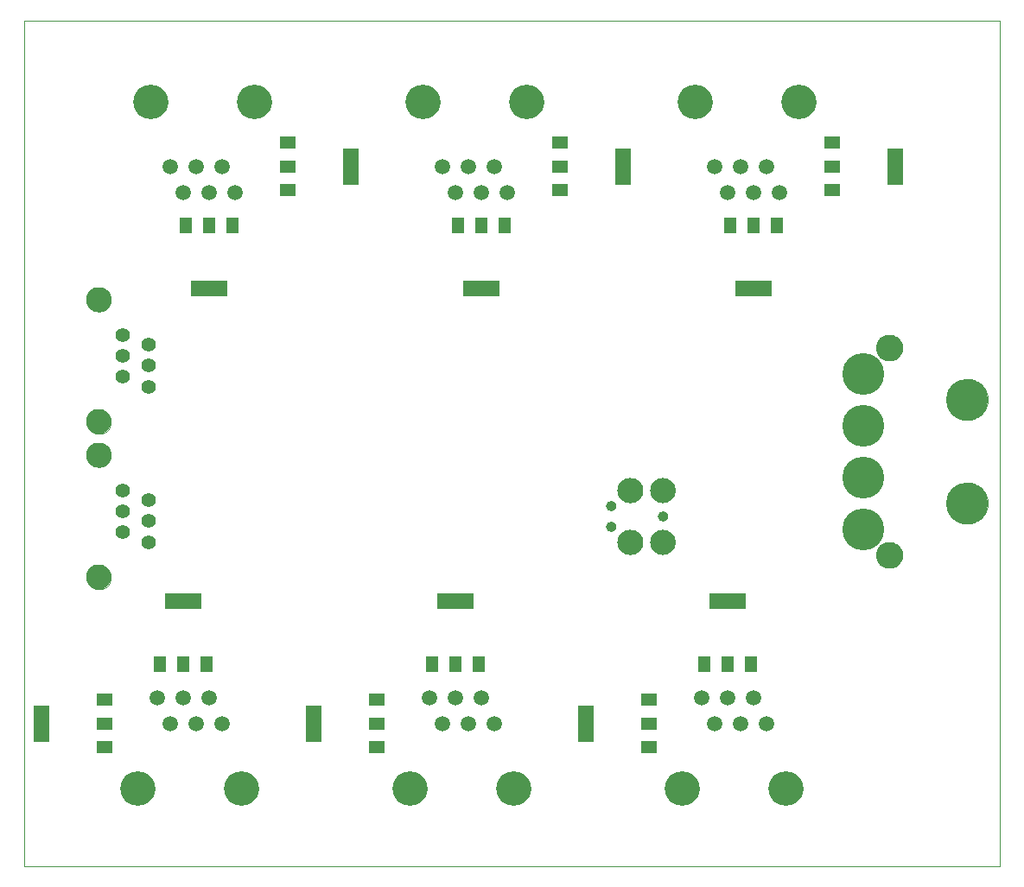
<source format=gbs>
G75*
%MOIN*%
%OFA0B0*%
%FSLAX24Y24*%
%IPPOS*%
%LPD*%
%AMOC8*
5,1,8,0,0,1.08239X$1,22.5*
%
%ADD10C,0.0000*%
%ADD11C,0.0555*%
%ADD12C,0.0969*%
%ADD13C,0.0390*%
%ADD14C,0.0975*%
%ADD15C,0.0594*%
%ADD16C,0.1320*%
%ADD17R,0.0591X0.0512*%
%ADD18R,0.0591X0.1418*%
%ADD19R,0.0512X0.0591*%
%ADD20R,0.1418X0.0591*%
%ADD21C,0.1615*%
%ADD22C,0.1024*%
D10*
X000100Y000204D02*
X000100Y032825D01*
X037720Y032825D01*
X037720Y000204D01*
X000100Y000204D01*
X003835Y003204D02*
X003837Y003254D01*
X003843Y003304D01*
X003853Y003353D01*
X003866Y003402D01*
X003884Y003449D01*
X003905Y003495D01*
X003929Y003538D01*
X003957Y003580D01*
X003988Y003620D01*
X004022Y003657D01*
X004059Y003691D01*
X004099Y003722D01*
X004141Y003750D01*
X004184Y003774D01*
X004230Y003795D01*
X004277Y003813D01*
X004326Y003826D01*
X004375Y003836D01*
X004425Y003842D01*
X004475Y003844D01*
X004525Y003842D01*
X004575Y003836D01*
X004624Y003826D01*
X004673Y003813D01*
X004720Y003795D01*
X004766Y003774D01*
X004809Y003750D01*
X004851Y003722D01*
X004891Y003691D01*
X004928Y003657D01*
X004962Y003620D01*
X004993Y003580D01*
X005021Y003538D01*
X005045Y003495D01*
X005066Y003449D01*
X005084Y003402D01*
X005097Y003353D01*
X005107Y003304D01*
X005113Y003254D01*
X005115Y003204D01*
X005113Y003154D01*
X005107Y003104D01*
X005097Y003055D01*
X005084Y003006D01*
X005066Y002959D01*
X005045Y002913D01*
X005021Y002870D01*
X004993Y002828D01*
X004962Y002788D01*
X004928Y002751D01*
X004891Y002717D01*
X004851Y002686D01*
X004809Y002658D01*
X004766Y002634D01*
X004720Y002613D01*
X004673Y002595D01*
X004624Y002582D01*
X004575Y002572D01*
X004525Y002566D01*
X004475Y002564D01*
X004425Y002566D01*
X004375Y002572D01*
X004326Y002582D01*
X004277Y002595D01*
X004230Y002613D01*
X004184Y002634D01*
X004141Y002658D01*
X004099Y002686D01*
X004059Y002717D01*
X004022Y002751D01*
X003988Y002788D01*
X003957Y002828D01*
X003929Y002870D01*
X003905Y002913D01*
X003884Y002959D01*
X003866Y003006D01*
X003853Y003055D01*
X003843Y003104D01*
X003837Y003154D01*
X003835Y003204D01*
X007835Y003204D02*
X007837Y003254D01*
X007843Y003304D01*
X007853Y003353D01*
X007866Y003402D01*
X007884Y003449D01*
X007905Y003495D01*
X007929Y003538D01*
X007957Y003580D01*
X007988Y003620D01*
X008022Y003657D01*
X008059Y003691D01*
X008099Y003722D01*
X008141Y003750D01*
X008184Y003774D01*
X008230Y003795D01*
X008277Y003813D01*
X008326Y003826D01*
X008375Y003836D01*
X008425Y003842D01*
X008475Y003844D01*
X008525Y003842D01*
X008575Y003836D01*
X008624Y003826D01*
X008673Y003813D01*
X008720Y003795D01*
X008766Y003774D01*
X008809Y003750D01*
X008851Y003722D01*
X008891Y003691D01*
X008928Y003657D01*
X008962Y003620D01*
X008993Y003580D01*
X009021Y003538D01*
X009045Y003495D01*
X009066Y003449D01*
X009084Y003402D01*
X009097Y003353D01*
X009107Y003304D01*
X009113Y003254D01*
X009115Y003204D01*
X009113Y003154D01*
X009107Y003104D01*
X009097Y003055D01*
X009084Y003006D01*
X009066Y002959D01*
X009045Y002913D01*
X009021Y002870D01*
X008993Y002828D01*
X008962Y002788D01*
X008928Y002751D01*
X008891Y002717D01*
X008851Y002686D01*
X008809Y002658D01*
X008766Y002634D01*
X008720Y002613D01*
X008673Y002595D01*
X008624Y002582D01*
X008575Y002572D01*
X008525Y002566D01*
X008475Y002564D01*
X008425Y002566D01*
X008375Y002572D01*
X008326Y002582D01*
X008277Y002595D01*
X008230Y002613D01*
X008184Y002634D01*
X008141Y002658D01*
X008099Y002686D01*
X008059Y002717D01*
X008022Y002751D01*
X007988Y002788D01*
X007957Y002828D01*
X007929Y002870D01*
X007905Y002913D01*
X007884Y002959D01*
X007866Y003006D01*
X007853Y003055D01*
X007843Y003104D01*
X007837Y003154D01*
X007835Y003204D01*
X014335Y003204D02*
X014337Y003254D01*
X014343Y003304D01*
X014353Y003353D01*
X014366Y003402D01*
X014384Y003449D01*
X014405Y003495D01*
X014429Y003538D01*
X014457Y003580D01*
X014488Y003620D01*
X014522Y003657D01*
X014559Y003691D01*
X014599Y003722D01*
X014641Y003750D01*
X014684Y003774D01*
X014730Y003795D01*
X014777Y003813D01*
X014826Y003826D01*
X014875Y003836D01*
X014925Y003842D01*
X014975Y003844D01*
X015025Y003842D01*
X015075Y003836D01*
X015124Y003826D01*
X015173Y003813D01*
X015220Y003795D01*
X015266Y003774D01*
X015309Y003750D01*
X015351Y003722D01*
X015391Y003691D01*
X015428Y003657D01*
X015462Y003620D01*
X015493Y003580D01*
X015521Y003538D01*
X015545Y003495D01*
X015566Y003449D01*
X015584Y003402D01*
X015597Y003353D01*
X015607Y003304D01*
X015613Y003254D01*
X015615Y003204D01*
X015613Y003154D01*
X015607Y003104D01*
X015597Y003055D01*
X015584Y003006D01*
X015566Y002959D01*
X015545Y002913D01*
X015521Y002870D01*
X015493Y002828D01*
X015462Y002788D01*
X015428Y002751D01*
X015391Y002717D01*
X015351Y002686D01*
X015309Y002658D01*
X015266Y002634D01*
X015220Y002613D01*
X015173Y002595D01*
X015124Y002582D01*
X015075Y002572D01*
X015025Y002566D01*
X014975Y002564D01*
X014925Y002566D01*
X014875Y002572D01*
X014826Y002582D01*
X014777Y002595D01*
X014730Y002613D01*
X014684Y002634D01*
X014641Y002658D01*
X014599Y002686D01*
X014559Y002717D01*
X014522Y002751D01*
X014488Y002788D01*
X014457Y002828D01*
X014429Y002870D01*
X014405Y002913D01*
X014384Y002959D01*
X014366Y003006D01*
X014353Y003055D01*
X014343Y003104D01*
X014337Y003154D01*
X014335Y003204D01*
X018335Y003204D02*
X018337Y003254D01*
X018343Y003304D01*
X018353Y003353D01*
X018366Y003402D01*
X018384Y003449D01*
X018405Y003495D01*
X018429Y003538D01*
X018457Y003580D01*
X018488Y003620D01*
X018522Y003657D01*
X018559Y003691D01*
X018599Y003722D01*
X018641Y003750D01*
X018684Y003774D01*
X018730Y003795D01*
X018777Y003813D01*
X018826Y003826D01*
X018875Y003836D01*
X018925Y003842D01*
X018975Y003844D01*
X019025Y003842D01*
X019075Y003836D01*
X019124Y003826D01*
X019173Y003813D01*
X019220Y003795D01*
X019266Y003774D01*
X019309Y003750D01*
X019351Y003722D01*
X019391Y003691D01*
X019428Y003657D01*
X019462Y003620D01*
X019493Y003580D01*
X019521Y003538D01*
X019545Y003495D01*
X019566Y003449D01*
X019584Y003402D01*
X019597Y003353D01*
X019607Y003304D01*
X019613Y003254D01*
X019615Y003204D01*
X019613Y003154D01*
X019607Y003104D01*
X019597Y003055D01*
X019584Y003006D01*
X019566Y002959D01*
X019545Y002913D01*
X019521Y002870D01*
X019493Y002828D01*
X019462Y002788D01*
X019428Y002751D01*
X019391Y002717D01*
X019351Y002686D01*
X019309Y002658D01*
X019266Y002634D01*
X019220Y002613D01*
X019173Y002595D01*
X019124Y002582D01*
X019075Y002572D01*
X019025Y002566D01*
X018975Y002564D01*
X018925Y002566D01*
X018875Y002572D01*
X018826Y002582D01*
X018777Y002595D01*
X018730Y002613D01*
X018684Y002634D01*
X018641Y002658D01*
X018599Y002686D01*
X018559Y002717D01*
X018522Y002751D01*
X018488Y002788D01*
X018457Y002828D01*
X018429Y002870D01*
X018405Y002913D01*
X018384Y002959D01*
X018366Y003006D01*
X018353Y003055D01*
X018343Y003104D01*
X018337Y003154D01*
X018335Y003204D01*
X024835Y003204D02*
X024837Y003254D01*
X024843Y003304D01*
X024853Y003353D01*
X024866Y003402D01*
X024884Y003449D01*
X024905Y003495D01*
X024929Y003538D01*
X024957Y003580D01*
X024988Y003620D01*
X025022Y003657D01*
X025059Y003691D01*
X025099Y003722D01*
X025141Y003750D01*
X025184Y003774D01*
X025230Y003795D01*
X025277Y003813D01*
X025326Y003826D01*
X025375Y003836D01*
X025425Y003842D01*
X025475Y003844D01*
X025525Y003842D01*
X025575Y003836D01*
X025624Y003826D01*
X025673Y003813D01*
X025720Y003795D01*
X025766Y003774D01*
X025809Y003750D01*
X025851Y003722D01*
X025891Y003691D01*
X025928Y003657D01*
X025962Y003620D01*
X025993Y003580D01*
X026021Y003538D01*
X026045Y003495D01*
X026066Y003449D01*
X026084Y003402D01*
X026097Y003353D01*
X026107Y003304D01*
X026113Y003254D01*
X026115Y003204D01*
X026113Y003154D01*
X026107Y003104D01*
X026097Y003055D01*
X026084Y003006D01*
X026066Y002959D01*
X026045Y002913D01*
X026021Y002870D01*
X025993Y002828D01*
X025962Y002788D01*
X025928Y002751D01*
X025891Y002717D01*
X025851Y002686D01*
X025809Y002658D01*
X025766Y002634D01*
X025720Y002613D01*
X025673Y002595D01*
X025624Y002582D01*
X025575Y002572D01*
X025525Y002566D01*
X025475Y002564D01*
X025425Y002566D01*
X025375Y002572D01*
X025326Y002582D01*
X025277Y002595D01*
X025230Y002613D01*
X025184Y002634D01*
X025141Y002658D01*
X025099Y002686D01*
X025059Y002717D01*
X025022Y002751D01*
X024988Y002788D01*
X024957Y002828D01*
X024929Y002870D01*
X024905Y002913D01*
X024884Y002959D01*
X024866Y003006D01*
X024853Y003055D01*
X024843Y003104D01*
X024837Y003154D01*
X024835Y003204D01*
X028835Y003204D02*
X028837Y003254D01*
X028843Y003304D01*
X028853Y003353D01*
X028866Y003402D01*
X028884Y003449D01*
X028905Y003495D01*
X028929Y003538D01*
X028957Y003580D01*
X028988Y003620D01*
X029022Y003657D01*
X029059Y003691D01*
X029099Y003722D01*
X029141Y003750D01*
X029184Y003774D01*
X029230Y003795D01*
X029277Y003813D01*
X029326Y003826D01*
X029375Y003836D01*
X029425Y003842D01*
X029475Y003844D01*
X029525Y003842D01*
X029575Y003836D01*
X029624Y003826D01*
X029673Y003813D01*
X029720Y003795D01*
X029766Y003774D01*
X029809Y003750D01*
X029851Y003722D01*
X029891Y003691D01*
X029928Y003657D01*
X029962Y003620D01*
X029993Y003580D01*
X030021Y003538D01*
X030045Y003495D01*
X030066Y003449D01*
X030084Y003402D01*
X030097Y003353D01*
X030107Y003304D01*
X030113Y003254D01*
X030115Y003204D01*
X030113Y003154D01*
X030107Y003104D01*
X030097Y003055D01*
X030084Y003006D01*
X030066Y002959D01*
X030045Y002913D01*
X030021Y002870D01*
X029993Y002828D01*
X029962Y002788D01*
X029928Y002751D01*
X029891Y002717D01*
X029851Y002686D01*
X029809Y002658D01*
X029766Y002634D01*
X029720Y002613D01*
X029673Y002595D01*
X029624Y002582D01*
X029575Y002572D01*
X029525Y002566D01*
X029475Y002564D01*
X029425Y002566D01*
X029375Y002572D01*
X029326Y002582D01*
X029277Y002595D01*
X029230Y002613D01*
X029184Y002634D01*
X029141Y002658D01*
X029099Y002686D01*
X029059Y002717D01*
X029022Y002751D01*
X028988Y002788D01*
X028957Y002828D01*
X028929Y002870D01*
X028905Y002913D01*
X028884Y002959D01*
X028866Y003006D01*
X028853Y003055D01*
X028843Y003104D01*
X028837Y003154D01*
X028835Y003204D01*
X032983Y012204D02*
X032985Y012248D01*
X032991Y012292D01*
X033001Y012335D01*
X033014Y012377D01*
X033032Y012417D01*
X033053Y012456D01*
X033077Y012493D01*
X033104Y012528D01*
X033135Y012560D01*
X033168Y012589D01*
X033204Y012615D01*
X033242Y012637D01*
X033282Y012656D01*
X033323Y012672D01*
X033366Y012684D01*
X033409Y012692D01*
X033453Y012696D01*
X033497Y012696D01*
X033541Y012692D01*
X033584Y012684D01*
X033627Y012672D01*
X033668Y012656D01*
X033708Y012637D01*
X033746Y012615D01*
X033782Y012589D01*
X033815Y012560D01*
X033846Y012528D01*
X033873Y012493D01*
X033897Y012456D01*
X033918Y012417D01*
X033936Y012377D01*
X033949Y012335D01*
X033959Y012292D01*
X033965Y012248D01*
X033967Y012204D01*
X033965Y012160D01*
X033959Y012116D01*
X033949Y012073D01*
X033936Y012031D01*
X033918Y011991D01*
X033897Y011952D01*
X033873Y011915D01*
X033846Y011880D01*
X033815Y011848D01*
X033782Y011819D01*
X033746Y011793D01*
X033708Y011771D01*
X033668Y011752D01*
X033627Y011736D01*
X033584Y011724D01*
X033541Y011716D01*
X033497Y011712D01*
X033453Y011712D01*
X033409Y011716D01*
X033366Y011724D01*
X033323Y011736D01*
X033282Y011752D01*
X033242Y011771D01*
X033204Y011793D01*
X033168Y011819D01*
X033135Y011848D01*
X033104Y011880D01*
X033077Y011915D01*
X033053Y011952D01*
X033032Y011991D01*
X033014Y012031D01*
X033001Y012073D01*
X032991Y012116D01*
X032985Y012160D01*
X032983Y012204D01*
X035688Y014204D02*
X035690Y014260D01*
X035696Y014315D01*
X035706Y014369D01*
X035719Y014423D01*
X035737Y014476D01*
X035758Y014527D01*
X035782Y014577D01*
X035810Y014625D01*
X035842Y014671D01*
X035876Y014715D01*
X035914Y014756D01*
X035954Y014794D01*
X035997Y014829D01*
X036042Y014861D01*
X036090Y014890D01*
X036139Y014916D01*
X036190Y014938D01*
X036242Y014956D01*
X036296Y014970D01*
X036351Y014981D01*
X036406Y014988D01*
X036461Y014991D01*
X036517Y014990D01*
X036572Y014985D01*
X036627Y014976D01*
X036681Y014964D01*
X036734Y014947D01*
X036786Y014927D01*
X036836Y014903D01*
X036884Y014876D01*
X036931Y014846D01*
X036975Y014812D01*
X037017Y014775D01*
X037055Y014735D01*
X037092Y014693D01*
X037125Y014648D01*
X037154Y014602D01*
X037181Y014553D01*
X037203Y014502D01*
X037223Y014450D01*
X037238Y014396D01*
X037250Y014342D01*
X037258Y014287D01*
X037262Y014232D01*
X037262Y014176D01*
X037258Y014121D01*
X037250Y014066D01*
X037238Y014012D01*
X037223Y013958D01*
X037203Y013906D01*
X037181Y013855D01*
X037154Y013806D01*
X037125Y013760D01*
X037092Y013715D01*
X037055Y013673D01*
X037017Y013633D01*
X036975Y013596D01*
X036931Y013562D01*
X036884Y013532D01*
X036836Y013505D01*
X036786Y013481D01*
X036734Y013461D01*
X036681Y013444D01*
X036627Y013432D01*
X036572Y013423D01*
X036517Y013418D01*
X036461Y013417D01*
X036406Y013420D01*
X036351Y013427D01*
X036296Y013438D01*
X036242Y013452D01*
X036190Y013470D01*
X036139Y013492D01*
X036090Y013518D01*
X036042Y013547D01*
X035997Y013579D01*
X035954Y013614D01*
X035914Y013652D01*
X035876Y013693D01*
X035842Y013737D01*
X035810Y013783D01*
X035782Y013831D01*
X035758Y013881D01*
X035737Y013932D01*
X035719Y013985D01*
X035706Y014039D01*
X035696Y014093D01*
X035690Y014148D01*
X035688Y014204D01*
X035688Y018204D02*
X035690Y018260D01*
X035696Y018315D01*
X035706Y018369D01*
X035719Y018423D01*
X035737Y018476D01*
X035758Y018527D01*
X035782Y018577D01*
X035810Y018625D01*
X035842Y018671D01*
X035876Y018715D01*
X035914Y018756D01*
X035954Y018794D01*
X035997Y018829D01*
X036042Y018861D01*
X036090Y018890D01*
X036139Y018916D01*
X036190Y018938D01*
X036242Y018956D01*
X036296Y018970D01*
X036351Y018981D01*
X036406Y018988D01*
X036461Y018991D01*
X036517Y018990D01*
X036572Y018985D01*
X036627Y018976D01*
X036681Y018964D01*
X036734Y018947D01*
X036786Y018927D01*
X036836Y018903D01*
X036884Y018876D01*
X036931Y018846D01*
X036975Y018812D01*
X037017Y018775D01*
X037055Y018735D01*
X037092Y018693D01*
X037125Y018648D01*
X037154Y018602D01*
X037181Y018553D01*
X037203Y018502D01*
X037223Y018450D01*
X037238Y018396D01*
X037250Y018342D01*
X037258Y018287D01*
X037262Y018232D01*
X037262Y018176D01*
X037258Y018121D01*
X037250Y018066D01*
X037238Y018012D01*
X037223Y017958D01*
X037203Y017906D01*
X037181Y017855D01*
X037154Y017806D01*
X037125Y017760D01*
X037092Y017715D01*
X037055Y017673D01*
X037017Y017633D01*
X036975Y017596D01*
X036931Y017562D01*
X036884Y017532D01*
X036836Y017505D01*
X036786Y017481D01*
X036734Y017461D01*
X036681Y017444D01*
X036627Y017432D01*
X036572Y017423D01*
X036517Y017418D01*
X036461Y017417D01*
X036406Y017420D01*
X036351Y017427D01*
X036296Y017438D01*
X036242Y017452D01*
X036190Y017470D01*
X036139Y017492D01*
X036090Y017518D01*
X036042Y017547D01*
X035997Y017579D01*
X035954Y017614D01*
X035914Y017652D01*
X035876Y017693D01*
X035842Y017737D01*
X035810Y017783D01*
X035782Y017831D01*
X035758Y017881D01*
X035737Y017932D01*
X035719Y017985D01*
X035706Y018039D01*
X035696Y018093D01*
X035690Y018148D01*
X035688Y018204D01*
X032983Y020204D02*
X032985Y020248D01*
X032991Y020292D01*
X033001Y020335D01*
X033014Y020377D01*
X033032Y020417D01*
X033053Y020456D01*
X033077Y020493D01*
X033104Y020528D01*
X033135Y020560D01*
X033168Y020589D01*
X033204Y020615D01*
X033242Y020637D01*
X033282Y020656D01*
X033323Y020672D01*
X033366Y020684D01*
X033409Y020692D01*
X033453Y020696D01*
X033497Y020696D01*
X033541Y020692D01*
X033584Y020684D01*
X033627Y020672D01*
X033668Y020656D01*
X033708Y020637D01*
X033746Y020615D01*
X033782Y020589D01*
X033815Y020560D01*
X033846Y020528D01*
X033873Y020493D01*
X033897Y020456D01*
X033918Y020417D01*
X033936Y020377D01*
X033949Y020335D01*
X033959Y020292D01*
X033965Y020248D01*
X033967Y020204D01*
X033965Y020160D01*
X033959Y020116D01*
X033949Y020073D01*
X033936Y020031D01*
X033918Y019991D01*
X033897Y019952D01*
X033873Y019915D01*
X033846Y019880D01*
X033815Y019848D01*
X033782Y019819D01*
X033746Y019793D01*
X033708Y019771D01*
X033668Y019752D01*
X033627Y019736D01*
X033584Y019724D01*
X033541Y019716D01*
X033497Y019712D01*
X033453Y019712D01*
X033409Y019716D01*
X033366Y019724D01*
X033323Y019736D01*
X033282Y019752D01*
X033242Y019771D01*
X033204Y019793D01*
X033168Y019819D01*
X033135Y019848D01*
X033104Y019880D01*
X033077Y019915D01*
X033053Y019952D01*
X033032Y019991D01*
X033014Y020031D01*
X033001Y020073D01*
X032991Y020116D01*
X032985Y020160D01*
X032983Y020204D01*
X024258Y014704D02*
X024260Y014747D01*
X024266Y014790D01*
X024276Y014832D01*
X024290Y014873D01*
X024307Y014912D01*
X024328Y014950D01*
X024352Y014985D01*
X024380Y015019D01*
X024410Y015049D01*
X024444Y015077D01*
X024479Y015101D01*
X024517Y015122D01*
X024556Y015139D01*
X024597Y015153D01*
X024639Y015163D01*
X024682Y015169D01*
X024725Y015171D01*
X024768Y015169D01*
X024811Y015163D01*
X024853Y015153D01*
X024894Y015139D01*
X024933Y015122D01*
X024971Y015101D01*
X025006Y015077D01*
X025040Y015049D01*
X025070Y015019D01*
X025098Y014985D01*
X025122Y014950D01*
X025143Y014912D01*
X025160Y014873D01*
X025174Y014832D01*
X025184Y014790D01*
X025190Y014747D01*
X025192Y014704D01*
X025190Y014661D01*
X025184Y014618D01*
X025174Y014576D01*
X025160Y014535D01*
X025143Y014496D01*
X025122Y014458D01*
X025098Y014423D01*
X025070Y014389D01*
X025040Y014359D01*
X025006Y014331D01*
X024971Y014307D01*
X024933Y014286D01*
X024894Y014269D01*
X024853Y014255D01*
X024811Y014245D01*
X024768Y014239D01*
X024725Y014237D01*
X024682Y014239D01*
X024639Y014245D01*
X024597Y014255D01*
X024556Y014269D01*
X024517Y014286D01*
X024479Y014307D01*
X024444Y014331D01*
X024410Y014359D01*
X024380Y014389D01*
X024352Y014423D01*
X024328Y014458D01*
X024307Y014496D01*
X024290Y014535D01*
X024276Y014576D01*
X024266Y014618D01*
X024260Y014661D01*
X024258Y014704D01*
X023008Y014704D02*
X023010Y014747D01*
X023016Y014790D01*
X023026Y014832D01*
X023040Y014873D01*
X023057Y014912D01*
X023078Y014950D01*
X023102Y014985D01*
X023130Y015019D01*
X023160Y015049D01*
X023194Y015077D01*
X023229Y015101D01*
X023267Y015122D01*
X023306Y015139D01*
X023347Y015153D01*
X023389Y015163D01*
X023432Y015169D01*
X023475Y015171D01*
X023518Y015169D01*
X023561Y015163D01*
X023603Y015153D01*
X023644Y015139D01*
X023683Y015122D01*
X023721Y015101D01*
X023756Y015077D01*
X023790Y015049D01*
X023820Y015019D01*
X023848Y014985D01*
X023872Y014950D01*
X023893Y014912D01*
X023910Y014873D01*
X023924Y014832D01*
X023934Y014790D01*
X023940Y014747D01*
X023942Y014704D01*
X023940Y014661D01*
X023934Y014618D01*
X023924Y014576D01*
X023910Y014535D01*
X023893Y014496D01*
X023872Y014458D01*
X023848Y014423D01*
X023820Y014389D01*
X023790Y014359D01*
X023756Y014331D01*
X023721Y014307D01*
X023683Y014286D01*
X023644Y014269D01*
X023603Y014255D01*
X023561Y014245D01*
X023518Y014239D01*
X023475Y014237D01*
X023432Y014239D01*
X023389Y014245D01*
X023347Y014255D01*
X023306Y014269D01*
X023267Y014286D01*
X023229Y014307D01*
X023194Y014331D01*
X023160Y014359D01*
X023130Y014389D01*
X023102Y014423D01*
X023078Y014458D01*
X023057Y014496D01*
X023040Y014535D01*
X023026Y014576D01*
X023016Y014618D01*
X023010Y014661D01*
X023008Y014704D01*
X022550Y014104D02*
X022552Y014130D01*
X022558Y014156D01*
X022567Y014180D01*
X022580Y014203D01*
X022597Y014223D01*
X022616Y014241D01*
X022638Y014256D01*
X022661Y014267D01*
X022686Y014275D01*
X022712Y014279D01*
X022738Y014279D01*
X022764Y014275D01*
X022789Y014267D01*
X022813Y014256D01*
X022834Y014241D01*
X022853Y014223D01*
X022870Y014203D01*
X022883Y014180D01*
X022892Y014156D01*
X022898Y014130D01*
X022900Y014104D01*
X022898Y014078D01*
X022892Y014052D01*
X022883Y014028D01*
X022870Y014005D01*
X022853Y013985D01*
X022834Y013967D01*
X022812Y013952D01*
X022789Y013941D01*
X022764Y013933D01*
X022738Y013929D01*
X022712Y013929D01*
X022686Y013933D01*
X022661Y013941D01*
X022637Y013952D01*
X022616Y013967D01*
X022597Y013985D01*
X022580Y014005D01*
X022567Y014028D01*
X022558Y014052D01*
X022552Y014078D01*
X022550Y014104D01*
X022550Y013304D02*
X022552Y013330D01*
X022558Y013356D01*
X022567Y013380D01*
X022580Y013403D01*
X022597Y013423D01*
X022616Y013441D01*
X022638Y013456D01*
X022661Y013467D01*
X022686Y013475D01*
X022712Y013479D01*
X022738Y013479D01*
X022764Y013475D01*
X022789Y013467D01*
X022813Y013456D01*
X022834Y013441D01*
X022853Y013423D01*
X022870Y013403D01*
X022883Y013380D01*
X022892Y013356D01*
X022898Y013330D01*
X022900Y013304D01*
X022898Y013278D01*
X022892Y013252D01*
X022883Y013228D01*
X022870Y013205D01*
X022853Y013185D01*
X022834Y013167D01*
X022812Y013152D01*
X022789Y013141D01*
X022764Y013133D01*
X022738Y013129D01*
X022712Y013129D01*
X022686Y013133D01*
X022661Y013141D01*
X022637Y013152D01*
X022616Y013167D01*
X022597Y013185D01*
X022580Y013205D01*
X022567Y013228D01*
X022558Y013252D01*
X022552Y013278D01*
X022550Y013304D01*
X023008Y012704D02*
X023010Y012747D01*
X023016Y012790D01*
X023026Y012832D01*
X023040Y012873D01*
X023057Y012912D01*
X023078Y012950D01*
X023102Y012985D01*
X023130Y013019D01*
X023160Y013049D01*
X023194Y013077D01*
X023229Y013101D01*
X023267Y013122D01*
X023306Y013139D01*
X023347Y013153D01*
X023389Y013163D01*
X023432Y013169D01*
X023475Y013171D01*
X023518Y013169D01*
X023561Y013163D01*
X023603Y013153D01*
X023644Y013139D01*
X023683Y013122D01*
X023721Y013101D01*
X023756Y013077D01*
X023790Y013049D01*
X023820Y013019D01*
X023848Y012985D01*
X023872Y012950D01*
X023893Y012912D01*
X023910Y012873D01*
X023924Y012832D01*
X023934Y012790D01*
X023940Y012747D01*
X023942Y012704D01*
X023940Y012661D01*
X023934Y012618D01*
X023924Y012576D01*
X023910Y012535D01*
X023893Y012496D01*
X023872Y012458D01*
X023848Y012423D01*
X023820Y012389D01*
X023790Y012359D01*
X023756Y012331D01*
X023721Y012307D01*
X023683Y012286D01*
X023644Y012269D01*
X023603Y012255D01*
X023561Y012245D01*
X023518Y012239D01*
X023475Y012237D01*
X023432Y012239D01*
X023389Y012245D01*
X023347Y012255D01*
X023306Y012269D01*
X023267Y012286D01*
X023229Y012307D01*
X023194Y012331D01*
X023160Y012359D01*
X023130Y012389D01*
X023102Y012423D01*
X023078Y012458D01*
X023057Y012496D01*
X023040Y012535D01*
X023026Y012576D01*
X023016Y012618D01*
X023010Y012661D01*
X023008Y012704D01*
X024258Y012704D02*
X024260Y012747D01*
X024266Y012790D01*
X024276Y012832D01*
X024290Y012873D01*
X024307Y012912D01*
X024328Y012950D01*
X024352Y012985D01*
X024380Y013019D01*
X024410Y013049D01*
X024444Y013077D01*
X024479Y013101D01*
X024517Y013122D01*
X024556Y013139D01*
X024597Y013153D01*
X024639Y013163D01*
X024682Y013169D01*
X024725Y013171D01*
X024768Y013169D01*
X024811Y013163D01*
X024853Y013153D01*
X024894Y013139D01*
X024933Y013122D01*
X024971Y013101D01*
X025006Y013077D01*
X025040Y013049D01*
X025070Y013019D01*
X025098Y012985D01*
X025122Y012950D01*
X025143Y012912D01*
X025160Y012873D01*
X025174Y012832D01*
X025184Y012790D01*
X025190Y012747D01*
X025192Y012704D01*
X025190Y012661D01*
X025184Y012618D01*
X025174Y012576D01*
X025160Y012535D01*
X025143Y012496D01*
X025122Y012458D01*
X025098Y012423D01*
X025070Y012389D01*
X025040Y012359D01*
X025006Y012331D01*
X024971Y012307D01*
X024933Y012286D01*
X024894Y012269D01*
X024853Y012255D01*
X024811Y012245D01*
X024768Y012239D01*
X024725Y012237D01*
X024682Y012239D01*
X024639Y012245D01*
X024597Y012255D01*
X024556Y012269D01*
X024517Y012286D01*
X024479Y012307D01*
X024444Y012331D01*
X024410Y012359D01*
X024380Y012389D01*
X024352Y012423D01*
X024328Y012458D01*
X024307Y012496D01*
X024290Y012535D01*
X024276Y012576D01*
X024266Y012618D01*
X024260Y012661D01*
X024258Y012704D01*
X024550Y013704D02*
X024552Y013730D01*
X024558Y013756D01*
X024567Y013780D01*
X024580Y013803D01*
X024597Y013823D01*
X024616Y013841D01*
X024638Y013856D01*
X024661Y013867D01*
X024686Y013875D01*
X024712Y013879D01*
X024738Y013879D01*
X024764Y013875D01*
X024789Y013867D01*
X024813Y013856D01*
X024834Y013841D01*
X024853Y013823D01*
X024870Y013803D01*
X024883Y013780D01*
X024892Y013756D01*
X024898Y013730D01*
X024900Y013704D01*
X024898Y013678D01*
X024892Y013652D01*
X024883Y013628D01*
X024870Y013605D01*
X024853Y013585D01*
X024834Y013567D01*
X024812Y013552D01*
X024789Y013541D01*
X024764Y013533D01*
X024738Y013529D01*
X024712Y013529D01*
X024686Y013533D01*
X024661Y013541D01*
X024637Y013552D01*
X024616Y013567D01*
X024597Y013585D01*
X024580Y013605D01*
X024567Y013628D01*
X024558Y013652D01*
X024552Y013678D01*
X024550Y013704D01*
X025335Y029704D02*
X025337Y029754D01*
X025343Y029804D01*
X025353Y029853D01*
X025366Y029902D01*
X025384Y029949D01*
X025405Y029995D01*
X025429Y030038D01*
X025457Y030080D01*
X025488Y030120D01*
X025522Y030157D01*
X025559Y030191D01*
X025599Y030222D01*
X025641Y030250D01*
X025684Y030274D01*
X025730Y030295D01*
X025777Y030313D01*
X025826Y030326D01*
X025875Y030336D01*
X025925Y030342D01*
X025975Y030344D01*
X026025Y030342D01*
X026075Y030336D01*
X026124Y030326D01*
X026173Y030313D01*
X026220Y030295D01*
X026266Y030274D01*
X026309Y030250D01*
X026351Y030222D01*
X026391Y030191D01*
X026428Y030157D01*
X026462Y030120D01*
X026493Y030080D01*
X026521Y030038D01*
X026545Y029995D01*
X026566Y029949D01*
X026584Y029902D01*
X026597Y029853D01*
X026607Y029804D01*
X026613Y029754D01*
X026615Y029704D01*
X026613Y029654D01*
X026607Y029604D01*
X026597Y029555D01*
X026584Y029506D01*
X026566Y029459D01*
X026545Y029413D01*
X026521Y029370D01*
X026493Y029328D01*
X026462Y029288D01*
X026428Y029251D01*
X026391Y029217D01*
X026351Y029186D01*
X026309Y029158D01*
X026266Y029134D01*
X026220Y029113D01*
X026173Y029095D01*
X026124Y029082D01*
X026075Y029072D01*
X026025Y029066D01*
X025975Y029064D01*
X025925Y029066D01*
X025875Y029072D01*
X025826Y029082D01*
X025777Y029095D01*
X025730Y029113D01*
X025684Y029134D01*
X025641Y029158D01*
X025599Y029186D01*
X025559Y029217D01*
X025522Y029251D01*
X025488Y029288D01*
X025457Y029328D01*
X025429Y029370D01*
X025405Y029413D01*
X025384Y029459D01*
X025366Y029506D01*
X025353Y029555D01*
X025343Y029604D01*
X025337Y029654D01*
X025335Y029704D01*
X029335Y029704D02*
X029337Y029754D01*
X029343Y029804D01*
X029353Y029853D01*
X029366Y029902D01*
X029384Y029949D01*
X029405Y029995D01*
X029429Y030038D01*
X029457Y030080D01*
X029488Y030120D01*
X029522Y030157D01*
X029559Y030191D01*
X029599Y030222D01*
X029641Y030250D01*
X029684Y030274D01*
X029730Y030295D01*
X029777Y030313D01*
X029826Y030326D01*
X029875Y030336D01*
X029925Y030342D01*
X029975Y030344D01*
X030025Y030342D01*
X030075Y030336D01*
X030124Y030326D01*
X030173Y030313D01*
X030220Y030295D01*
X030266Y030274D01*
X030309Y030250D01*
X030351Y030222D01*
X030391Y030191D01*
X030428Y030157D01*
X030462Y030120D01*
X030493Y030080D01*
X030521Y030038D01*
X030545Y029995D01*
X030566Y029949D01*
X030584Y029902D01*
X030597Y029853D01*
X030607Y029804D01*
X030613Y029754D01*
X030615Y029704D01*
X030613Y029654D01*
X030607Y029604D01*
X030597Y029555D01*
X030584Y029506D01*
X030566Y029459D01*
X030545Y029413D01*
X030521Y029370D01*
X030493Y029328D01*
X030462Y029288D01*
X030428Y029251D01*
X030391Y029217D01*
X030351Y029186D01*
X030309Y029158D01*
X030266Y029134D01*
X030220Y029113D01*
X030173Y029095D01*
X030124Y029082D01*
X030075Y029072D01*
X030025Y029066D01*
X029975Y029064D01*
X029925Y029066D01*
X029875Y029072D01*
X029826Y029082D01*
X029777Y029095D01*
X029730Y029113D01*
X029684Y029134D01*
X029641Y029158D01*
X029599Y029186D01*
X029559Y029217D01*
X029522Y029251D01*
X029488Y029288D01*
X029457Y029328D01*
X029429Y029370D01*
X029405Y029413D01*
X029384Y029459D01*
X029366Y029506D01*
X029353Y029555D01*
X029343Y029604D01*
X029337Y029654D01*
X029335Y029704D01*
X018835Y029704D02*
X018837Y029754D01*
X018843Y029804D01*
X018853Y029853D01*
X018866Y029902D01*
X018884Y029949D01*
X018905Y029995D01*
X018929Y030038D01*
X018957Y030080D01*
X018988Y030120D01*
X019022Y030157D01*
X019059Y030191D01*
X019099Y030222D01*
X019141Y030250D01*
X019184Y030274D01*
X019230Y030295D01*
X019277Y030313D01*
X019326Y030326D01*
X019375Y030336D01*
X019425Y030342D01*
X019475Y030344D01*
X019525Y030342D01*
X019575Y030336D01*
X019624Y030326D01*
X019673Y030313D01*
X019720Y030295D01*
X019766Y030274D01*
X019809Y030250D01*
X019851Y030222D01*
X019891Y030191D01*
X019928Y030157D01*
X019962Y030120D01*
X019993Y030080D01*
X020021Y030038D01*
X020045Y029995D01*
X020066Y029949D01*
X020084Y029902D01*
X020097Y029853D01*
X020107Y029804D01*
X020113Y029754D01*
X020115Y029704D01*
X020113Y029654D01*
X020107Y029604D01*
X020097Y029555D01*
X020084Y029506D01*
X020066Y029459D01*
X020045Y029413D01*
X020021Y029370D01*
X019993Y029328D01*
X019962Y029288D01*
X019928Y029251D01*
X019891Y029217D01*
X019851Y029186D01*
X019809Y029158D01*
X019766Y029134D01*
X019720Y029113D01*
X019673Y029095D01*
X019624Y029082D01*
X019575Y029072D01*
X019525Y029066D01*
X019475Y029064D01*
X019425Y029066D01*
X019375Y029072D01*
X019326Y029082D01*
X019277Y029095D01*
X019230Y029113D01*
X019184Y029134D01*
X019141Y029158D01*
X019099Y029186D01*
X019059Y029217D01*
X019022Y029251D01*
X018988Y029288D01*
X018957Y029328D01*
X018929Y029370D01*
X018905Y029413D01*
X018884Y029459D01*
X018866Y029506D01*
X018853Y029555D01*
X018843Y029604D01*
X018837Y029654D01*
X018835Y029704D01*
X014835Y029704D02*
X014837Y029754D01*
X014843Y029804D01*
X014853Y029853D01*
X014866Y029902D01*
X014884Y029949D01*
X014905Y029995D01*
X014929Y030038D01*
X014957Y030080D01*
X014988Y030120D01*
X015022Y030157D01*
X015059Y030191D01*
X015099Y030222D01*
X015141Y030250D01*
X015184Y030274D01*
X015230Y030295D01*
X015277Y030313D01*
X015326Y030326D01*
X015375Y030336D01*
X015425Y030342D01*
X015475Y030344D01*
X015525Y030342D01*
X015575Y030336D01*
X015624Y030326D01*
X015673Y030313D01*
X015720Y030295D01*
X015766Y030274D01*
X015809Y030250D01*
X015851Y030222D01*
X015891Y030191D01*
X015928Y030157D01*
X015962Y030120D01*
X015993Y030080D01*
X016021Y030038D01*
X016045Y029995D01*
X016066Y029949D01*
X016084Y029902D01*
X016097Y029853D01*
X016107Y029804D01*
X016113Y029754D01*
X016115Y029704D01*
X016113Y029654D01*
X016107Y029604D01*
X016097Y029555D01*
X016084Y029506D01*
X016066Y029459D01*
X016045Y029413D01*
X016021Y029370D01*
X015993Y029328D01*
X015962Y029288D01*
X015928Y029251D01*
X015891Y029217D01*
X015851Y029186D01*
X015809Y029158D01*
X015766Y029134D01*
X015720Y029113D01*
X015673Y029095D01*
X015624Y029082D01*
X015575Y029072D01*
X015525Y029066D01*
X015475Y029064D01*
X015425Y029066D01*
X015375Y029072D01*
X015326Y029082D01*
X015277Y029095D01*
X015230Y029113D01*
X015184Y029134D01*
X015141Y029158D01*
X015099Y029186D01*
X015059Y029217D01*
X015022Y029251D01*
X014988Y029288D01*
X014957Y029328D01*
X014929Y029370D01*
X014905Y029413D01*
X014884Y029459D01*
X014866Y029506D01*
X014853Y029555D01*
X014843Y029604D01*
X014837Y029654D01*
X014835Y029704D01*
X008335Y029704D02*
X008337Y029754D01*
X008343Y029804D01*
X008353Y029853D01*
X008366Y029902D01*
X008384Y029949D01*
X008405Y029995D01*
X008429Y030038D01*
X008457Y030080D01*
X008488Y030120D01*
X008522Y030157D01*
X008559Y030191D01*
X008599Y030222D01*
X008641Y030250D01*
X008684Y030274D01*
X008730Y030295D01*
X008777Y030313D01*
X008826Y030326D01*
X008875Y030336D01*
X008925Y030342D01*
X008975Y030344D01*
X009025Y030342D01*
X009075Y030336D01*
X009124Y030326D01*
X009173Y030313D01*
X009220Y030295D01*
X009266Y030274D01*
X009309Y030250D01*
X009351Y030222D01*
X009391Y030191D01*
X009428Y030157D01*
X009462Y030120D01*
X009493Y030080D01*
X009521Y030038D01*
X009545Y029995D01*
X009566Y029949D01*
X009584Y029902D01*
X009597Y029853D01*
X009607Y029804D01*
X009613Y029754D01*
X009615Y029704D01*
X009613Y029654D01*
X009607Y029604D01*
X009597Y029555D01*
X009584Y029506D01*
X009566Y029459D01*
X009545Y029413D01*
X009521Y029370D01*
X009493Y029328D01*
X009462Y029288D01*
X009428Y029251D01*
X009391Y029217D01*
X009351Y029186D01*
X009309Y029158D01*
X009266Y029134D01*
X009220Y029113D01*
X009173Y029095D01*
X009124Y029082D01*
X009075Y029072D01*
X009025Y029066D01*
X008975Y029064D01*
X008925Y029066D01*
X008875Y029072D01*
X008826Y029082D01*
X008777Y029095D01*
X008730Y029113D01*
X008684Y029134D01*
X008641Y029158D01*
X008599Y029186D01*
X008559Y029217D01*
X008522Y029251D01*
X008488Y029288D01*
X008457Y029328D01*
X008429Y029370D01*
X008405Y029413D01*
X008384Y029459D01*
X008366Y029506D01*
X008353Y029555D01*
X008343Y029604D01*
X008337Y029654D01*
X008335Y029704D01*
X004335Y029704D02*
X004337Y029754D01*
X004343Y029804D01*
X004353Y029853D01*
X004366Y029902D01*
X004384Y029949D01*
X004405Y029995D01*
X004429Y030038D01*
X004457Y030080D01*
X004488Y030120D01*
X004522Y030157D01*
X004559Y030191D01*
X004599Y030222D01*
X004641Y030250D01*
X004684Y030274D01*
X004730Y030295D01*
X004777Y030313D01*
X004826Y030326D01*
X004875Y030336D01*
X004925Y030342D01*
X004975Y030344D01*
X005025Y030342D01*
X005075Y030336D01*
X005124Y030326D01*
X005173Y030313D01*
X005220Y030295D01*
X005266Y030274D01*
X005309Y030250D01*
X005351Y030222D01*
X005391Y030191D01*
X005428Y030157D01*
X005462Y030120D01*
X005493Y030080D01*
X005521Y030038D01*
X005545Y029995D01*
X005566Y029949D01*
X005584Y029902D01*
X005597Y029853D01*
X005607Y029804D01*
X005613Y029754D01*
X005615Y029704D01*
X005613Y029654D01*
X005607Y029604D01*
X005597Y029555D01*
X005584Y029506D01*
X005566Y029459D01*
X005545Y029413D01*
X005521Y029370D01*
X005493Y029328D01*
X005462Y029288D01*
X005428Y029251D01*
X005391Y029217D01*
X005351Y029186D01*
X005309Y029158D01*
X005266Y029134D01*
X005220Y029113D01*
X005173Y029095D01*
X005124Y029082D01*
X005075Y029072D01*
X005025Y029066D01*
X004975Y029064D01*
X004925Y029066D01*
X004875Y029072D01*
X004826Y029082D01*
X004777Y029095D01*
X004730Y029113D01*
X004684Y029134D01*
X004641Y029158D01*
X004599Y029186D01*
X004559Y029217D01*
X004522Y029251D01*
X004488Y029288D01*
X004457Y029328D01*
X004429Y029370D01*
X004405Y029413D01*
X004384Y029459D01*
X004366Y029506D01*
X004353Y029555D01*
X004343Y029604D01*
X004337Y029654D01*
X004335Y029704D01*
X002510Y022066D02*
X002512Y022109D01*
X002518Y022151D01*
X002528Y022193D01*
X002541Y022234D01*
X002559Y022273D01*
X002580Y022311D01*
X002604Y022346D01*
X002631Y022379D01*
X002662Y022410D01*
X002695Y022437D01*
X002730Y022461D01*
X002768Y022482D01*
X002807Y022500D01*
X002848Y022513D01*
X002890Y022523D01*
X002932Y022529D01*
X002975Y022531D01*
X003018Y022529D01*
X003060Y022523D01*
X003102Y022513D01*
X003143Y022500D01*
X003182Y022482D01*
X003220Y022461D01*
X003255Y022437D01*
X003288Y022410D01*
X003319Y022379D01*
X003346Y022346D01*
X003370Y022311D01*
X003391Y022273D01*
X003409Y022234D01*
X003422Y022193D01*
X003432Y022151D01*
X003438Y022109D01*
X003440Y022066D01*
X003438Y022023D01*
X003432Y021981D01*
X003422Y021939D01*
X003409Y021898D01*
X003391Y021859D01*
X003370Y021821D01*
X003346Y021786D01*
X003319Y021753D01*
X003288Y021722D01*
X003255Y021695D01*
X003220Y021671D01*
X003182Y021650D01*
X003143Y021632D01*
X003102Y021619D01*
X003060Y021609D01*
X003018Y021603D01*
X002975Y021601D01*
X002932Y021603D01*
X002890Y021609D01*
X002848Y021619D01*
X002807Y021632D01*
X002768Y021650D01*
X002730Y021671D01*
X002695Y021695D01*
X002662Y021722D01*
X002631Y021753D01*
X002604Y021786D01*
X002580Y021821D01*
X002559Y021859D01*
X002541Y021898D01*
X002528Y021939D01*
X002518Y021981D01*
X002512Y022023D01*
X002510Y022066D01*
X002510Y017342D02*
X002512Y017385D01*
X002518Y017427D01*
X002528Y017469D01*
X002541Y017510D01*
X002559Y017549D01*
X002580Y017587D01*
X002604Y017622D01*
X002631Y017655D01*
X002662Y017686D01*
X002695Y017713D01*
X002730Y017737D01*
X002768Y017758D01*
X002807Y017776D01*
X002848Y017789D01*
X002890Y017799D01*
X002932Y017805D01*
X002975Y017807D01*
X003018Y017805D01*
X003060Y017799D01*
X003102Y017789D01*
X003143Y017776D01*
X003182Y017758D01*
X003220Y017737D01*
X003255Y017713D01*
X003288Y017686D01*
X003319Y017655D01*
X003346Y017622D01*
X003370Y017587D01*
X003391Y017549D01*
X003409Y017510D01*
X003422Y017469D01*
X003432Y017427D01*
X003438Y017385D01*
X003440Y017342D01*
X003438Y017299D01*
X003432Y017257D01*
X003422Y017215D01*
X003409Y017174D01*
X003391Y017135D01*
X003370Y017097D01*
X003346Y017062D01*
X003319Y017029D01*
X003288Y016998D01*
X003255Y016971D01*
X003220Y016947D01*
X003182Y016926D01*
X003143Y016908D01*
X003102Y016895D01*
X003060Y016885D01*
X003018Y016879D01*
X002975Y016877D01*
X002932Y016879D01*
X002890Y016885D01*
X002848Y016895D01*
X002807Y016908D01*
X002768Y016926D01*
X002730Y016947D01*
X002695Y016971D01*
X002662Y016998D01*
X002631Y017029D01*
X002604Y017062D01*
X002580Y017097D01*
X002559Y017135D01*
X002541Y017174D01*
X002528Y017215D01*
X002518Y017257D01*
X002512Y017299D01*
X002510Y017342D01*
X002510Y016066D02*
X002512Y016109D01*
X002518Y016151D01*
X002528Y016193D01*
X002541Y016234D01*
X002559Y016273D01*
X002580Y016311D01*
X002604Y016346D01*
X002631Y016379D01*
X002662Y016410D01*
X002695Y016437D01*
X002730Y016461D01*
X002768Y016482D01*
X002807Y016500D01*
X002848Y016513D01*
X002890Y016523D01*
X002932Y016529D01*
X002975Y016531D01*
X003018Y016529D01*
X003060Y016523D01*
X003102Y016513D01*
X003143Y016500D01*
X003182Y016482D01*
X003220Y016461D01*
X003255Y016437D01*
X003288Y016410D01*
X003319Y016379D01*
X003346Y016346D01*
X003370Y016311D01*
X003391Y016273D01*
X003409Y016234D01*
X003422Y016193D01*
X003432Y016151D01*
X003438Y016109D01*
X003440Y016066D01*
X003438Y016023D01*
X003432Y015981D01*
X003422Y015939D01*
X003409Y015898D01*
X003391Y015859D01*
X003370Y015821D01*
X003346Y015786D01*
X003319Y015753D01*
X003288Y015722D01*
X003255Y015695D01*
X003220Y015671D01*
X003182Y015650D01*
X003143Y015632D01*
X003102Y015619D01*
X003060Y015609D01*
X003018Y015603D01*
X002975Y015601D01*
X002932Y015603D01*
X002890Y015609D01*
X002848Y015619D01*
X002807Y015632D01*
X002768Y015650D01*
X002730Y015671D01*
X002695Y015695D01*
X002662Y015722D01*
X002631Y015753D01*
X002604Y015786D01*
X002580Y015821D01*
X002559Y015859D01*
X002541Y015898D01*
X002528Y015939D01*
X002518Y015981D01*
X002512Y016023D01*
X002510Y016066D01*
X002510Y011342D02*
X002512Y011385D01*
X002518Y011427D01*
X002528Y011469D01*
X002541Y011510D01*
X002559Y011549D01*
X002580Y011587D01*
X002604Y011622D01*
X002631Y011655D01*
X002662Y011686D01*
X002695Y011713D01*
X002730Y011737D01*
X002768Y011758D01*
X002807Y011776D01*
X002848Y011789D01*
X002890Y011799D01*
X002932Y011805D01*
X002975Y011807D01*
X003018Y011805D01*
X003060Y011799D01*
X003102Y011789D01*
X003143Y011776D01*
X003182Y011758D01*
X003220Y011737D01*
X003255Y011713D01*
X003288Y011686D01*
X003319Y011655D01*
X003346Y011622D01*
X003370Y011587D01*
X003391Y011549D01*
X003409Y011510D01*
X003422Y011469D01*
X003432Y011427D01*
X003438Y011385D01*
X003440Y011342D01*
X003438Y011299D01*
X003432Y011257D01*
X003422Y011215D01*
X003409Y011174D01*
X003391Y011135D01*
X003370Y011097D01*
X003346Y011062D01*
X003319Y011029D01*
X003288Y010998D01*
X003255Y010971D01*
X003220Y010947D01*
X003182Y010926D01*
X003143Y010908D01*
X003102Y010895D01*
X003060Y010885D01*
X003018Y010879D01*
X002975Y010877D01*
X002932Y010879D01*
X002890Y010885D01*
X002848Y010895D01*
X002807Y010908D01*
X002768Y010926D01*
X002730Y010947D01*
X002695Y010971D01*
X002662Y010998D01*
X002631Y011029D01*
X002604Y011062D01*
X002580Y011097D01*
X002559Y011135D01*
X002541Y011174D01*
X002528Y011215D01*
X002518Y011257D01*
X002512Y011299D01*
X002510Y011342D01*
D11*
X003881Y013097D03*
X004881Y012704D03*
X004881Y013507D03*
X004881Y014310D03*
X003881Y014704D03*
X003881Y013901D03*
X004881Y018704D03*
X003881Y019097D03*
X003881Y019901D03*
X003881Y020704D03*
X004881Y020310D03*
X004881Y019507D03*
D12*
X002975Y017342D03*
X002975Y016066D03*
X002975Y011342D03*
X002975Y022066D03*
D13*
X022725Y014104D03*
X022725Y013304D03*
X024725Y013704D03*
D14*
X024725Y014704D03*
X023475Y014704D03*
X023475Y012704D03*
X024725Y012704D03*
D15*
X026225Y006704D03*
X027225Y006704D03*
X028225Y006704D03*
X027725Y005704D03*
X028725Y005704D03*
X026725Y005704D03*
X018225Y005704D03*
X017225Y005704D03*
X016225Y005704D03*
X015725Y006704D03*
X016725Y006704D03*
X017725Y006704D03*
X007725Y005704D03*
X006725Y005704D03*
X005725Y005704D03*
X005225Y006704D03*
X006225Y006704D03*
X007225Y006704D03*
X007225Y026204D03*
X008225Y026204D03*
X007725Y027204D03*
X006725Y027204D03*
X005725Y027204D03*
X006225Y026204D03*
X016225Y027204D03*
X017225Y027204D03*
X018225Y027204D03*
X017725Y026204D03*
X016725Y026204D03*
X018725Y026204D03*
X026725Y027204D03*
X027725Y027204D03*
X028725Y027204D03*
X028225Y026204D03*
X027225Y026204D03*
X029225Y026204D03*
D16*
X029975Y029704D03*
X025975Y029704D03*
X019475Y029704D03*
X015475Y029704D03*
X008975Y029704D03*
X004975Y029704D03*
X004475Y003204D03*
X008475Y003204D03*
X014975Y003204D03*
X018975Y003204D03*
X025475Y003204D03*
X029475Y003204D03*
D17*
X024195Y004794D03*
X024195Y005704D03*
X024195Y006614D03*
X013695Y006614D03*
X013695Y005704D03*
X013695Y004794D03*
X003195Y004794D03*
X003195Y005704D03*
X003195Y006614D03*
X010255Y026294D03*
X010255Y027204D03*
X010255Y028114D03*
X020755Y028114D03*
X020755Y027204D03*
X020755Y026294D03*
X031255Y026294D03*
X031255Y027204D03*
X031255Y028114D03*
D18*
X033695Y027204D03*
X023195Y027204D03*
X012695Y027204D03*
X011255Y005704D03*
X021755Y005704D03*
X000755Y005704D03*
D19*
X005315Y007984D03*
X006225Y007984D03*
X007135Y007984D03*
X015815Y007984D03*
X016725Y007984D03*
X017635Y007984D03*
X026315Y007984D03*
X027225Y007984D03*
X028135Y007984D03*
X028225Y024924D03*
X027315Y024924D03*
X029135Y024924D03*
X018635Y024924D03*
X017725Y024924D03*
X016815Y024924D03*
X008135Y024924D03*
X007225Y024924D03*
X006315Y024924D03*
D20*
X007225Y022484D03*
X017725Y022484D03*
X028225Y022484D03*
X027225Y010424D03*
X016725Y010424D03*
X006225Y010424D03*
D21*
X032475Y013204D03*
X032475Y015204D03*
X032475Y017204D03*
X032475Y019204D03*
X036475Y018204D03*
X036475Y014204D03*
D22*
X033475Y012204D03*
X033475Y020204D03*
M02*

</source>
